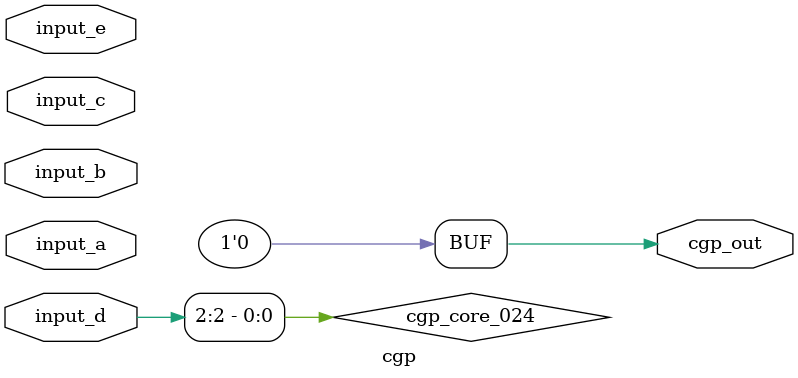
<source format=v>
module cgp(input [2:0] input_a, input [2:0] input_b, input [2:0] input_c, input [2:0] input_d, input [2:0] input_e, output [0:0] cgp_out);
  wire cgp_core_017;
  wire cgp_core_018;
  wire cgp_core_019;
  wire cgp_core_024;
  wire cgp_core_026;
  wire cgp_core_027;
  wire cgp_core_028;
  wire cgp_core_029;
  wire cgp_core_031;
  wire cgp_core_032;
  wire cgp_core_033;
  wire cgp_core_035;
  wire cgp_core_036;
  wire cgp_core_037;
  wire cgp_core_039;
  wire cgp_core_041;
  wire cgp_core_045;
  wire cgp_core_048;
  wire cgp_core_049;
  wire cgp_core_050;
  wire cgp_core_051;
  wire cgp_core_055;
  wire cgp_core_057;
  wire cgp_core_058;
  wire cgp_core_059;
  wire cgp_core_061;
  wire cgp_core_062;
  wire cgp_core_063;
  wire cgp_core_064;
  wire cgp_core_066;
  wire cgp_core_068;
  wire cgp_core_069;
  wire cgp_core_070;
  wire cgp_core_072;
  wire cgp_core_073;
  wire cgp_core_075;
  wire cgp_core_076;
  wire cgp_core_079;

  assign cgp_core_017 = ~(input_b[1] | input_c[0]);
  assign cgp_core_018 = ~(input_b[0] & input_d[0]);
  assign cgp_core_019 = ~input_e[0];
  assign cgp_core_024 = input_d[2] | input_d[2];
  assign cgp_core_026 = ~(input_c[0] & input_e[2]);
  assign cgp_core_027 = ~(input_a[1] ^ input_b[1]);
  assign cgp_core_028 = input_c[1] | input_a[1];
  assign cgp_core_029 = ~input_c[0];
  assign cgp_core_031 = input_e[2] | input_a[2];
  assign cgp_core_032 = input_d[1] & input_b[0];
  assign cgp_core_033 = input_b[0] | input_d[1];
  assign cgp_core_035 = ~input_a[1];
  assign cgp_core_036 = ~input_b[2];
  assign cgp_core_037 = input_d[2] ^ input_b[0];
  assign cgp_core_039 = input_d[1] ^ input_b[2];
  assign cgp_core_041 = ~input_d[2];
  assign cgp_core_045 = input_a[0] ^ input_c[2];
  assign cgp_core_048 = input_c[0] ^ input_b[1];
  assign cgp_core_049 = ~(cgp_core_026 & input_e[2]);
  assign cgp_core_050 = ~(input_e[2] | input_c[0]);
  assign cgp_core_051 = input_c[2] & input_b[1];
  assign cgp_core_055 = input_a[1] ^ input_d[1];
  assign cgp_core_057 = input_e[0] | input_a[0];
  assign cgp_core_058 = ~(input_a[2] & input_c[0]);
  assign cgp_core_059 = ~(input_d[2] & input_c[1]);
  assign cgp_core_061 = cgp_core_055 & input_e[0];
  assign cgp_core_062 = cgp_core_061 & input_d[2];
  assign cgp_core_063 = input_a[0] | input_c[1];
  assign cgp_core_064 = input_a[1] | input_a[2];
  assign cgp_core_066 = ~input_d[0];
  assign cgp_core_068 = ~(input_c[2] & cgp_core_045);
  assign cgp_core_069 = input_e[1] ^ input_b[1];
  assign cgp_core_070 = input_e[1] & input_d[2];
  assign cgp_core_072 = ~(input_e[0] ^ input_c[1]);
  assign cgp_core_073 = ~(input_d[1] ^ input_d[0]);
  assign cgp_core_075 = ~(input_e[0] & cgp_core_072);
  assign cgp_core_076 = ~input_c[1];
  assign cgp_core_079 = input_c[1] ^ input_e[1];

  assign cgp_out[0] = 1'b0;
endmodule
</source>
